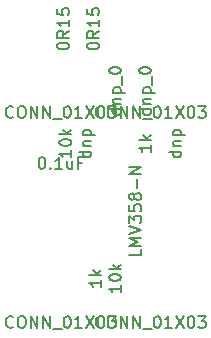
<source format=gbr>
G04 #@! TF.FileFunction,Other,Fab,Top*
%FSLAX46Y46*%
G04 Gerber Fmt 4.6, Leading zero omitted, Abs format (unit mm)*
G04 Created by KiCad (PCBNEW 4.0.2-stable) date Friday, April 10, 2020 'PMt' 07:46:05 PM*
%MOMM*%
G01*
G04 APERTURE LIST*
%ADD10C,0.100000*%
%ADD11C,0.150000*%
G04 APERTURE END LIST*
D10*
D11*
X5092381Y13914524D02*
X4092381Y13914524D01*
X5044762Y13914524D02*
X5092381Y13819286D01*
X5092381Y13628809D01*
X5044762Y13533571D01*
X4997143Y13485952D01*
X4901905Y13438333D01*
X4616190Y13438333D01*
X4520952Y13485952D01*
X4473333Y13533571D01*
X4425714Y13628809D01*
X4425714Y13819286D01*
X4473333Y13914524D01*
X4425714Y14390714D02*
X5092381Y14390714D01*
X4520952Y14390714D02*
X4473333Y14438333D01*
X4425714Y14533571D01*
X4425714Y14676429D01*
X4473333Y14771667D01*
X4568571Y14819286D01*
X5092381Y14819286D01*
X4425714Y15295476D02*
X5425714Y15295476D01*
X4473333Y15295476D02*
X4425714Y15390714D01*
X4425714Y15581191D01*
X4473333Y15676429D01*
X4520952Y15724048D01*
X4616190Y15771667D01*
X4901905Y15771667D01*
X4997143Y15724048D01*
X5044762Y15676429D01*
X5092381Y15581191D01*
X5092381Y15390714D01*
X5044762Y15295476D01*
X12712381Y13914524D02*
X11712381Y13914524D01*
X12664762Y13914524D02*
X12712381Y13819286D01*
X12712381Y13628809D01*
X12664762Y13533571D01*
X12617143Y13485952D01*
X12521905Y13438333D01*
X12236190Y13438333D01*
X12140952Y13485952D01*
X12093333Y13533571D01*
X12045714Y13628809D01*
X12045714Y13819286D01*
X12093333Y13914524D01*
X12045714Y14390714D02*
X12712381Y14390714D01*
X12140952Y14390714D02*
X12093333Y14438333D01*
X12045714Y14533571D01*
X12045714Y14676429D01*
X12093333Y14771667D01*
X12188571Y14819286D01*
X12712381Y14819286D01*
X12045714Y15295476D02*
X13045714Y15295476D01*
X12093333Y15295476D02*
X12045714Y15390714D01*
X12045714Y15581191D01*
X12093333Y15676429D01*
X12140952Y15724048D01*
X12236190Y15771667D01*
X12521905Y15771667D01*
X12617143Y15724048D01*
X12664762Y15676429D01*
X12712381Y15581191D01*
X12712381Y15390714D01*
X12664762Y15295476D01*
X-1483809Y16862857D02*
X-1531428Y16815238D01*
X-1674285Y16767619D01*
X-1769523Y16767619D01*
X-1912381Y16815238D01*
X-2007619Y16910476D01*
X-2055238Y17005714D01*
X-2102857Y17196190D01*
X-2102857Y17339048D01*
X-2055238Y17529524D01*
X-2007619Y17624762D01*
X-1912381Y17720000D01*
X-1769523Y17767619D01*
X-1674285Y17767619D01*
X-1531428Y17720000D01*
X-1483809Y17672381D01*
X-864762Y17767619D02*
X-674285Y17767619D01*
X-579047Y17720000D01*
X-483809Y17624762D01*
X-436190Y17434286D01*
X-436190Y17100952D01*
X-483809Y16910476D01*
X-579047Y16815238D01*
X-674285Y16767619D01*
X-864762Y16767619D01*
X-960000Y16815238D01*
X-1055238Y16910476D01*
X-1102857Y17100952D01*
X-1102857Y17434286D01*
X-1055238Y17624762D01*
X-960000Y17720000D01*
X-864762Y17767619D01*
X-7619Y16767619D02*
X-7619Y17767619D01*
X563810Y16767619D01*
X563810Y17767619D01*
X1040000Y16767619D02*
X1040000Y17767619D01*
X1611429Y16767619D01*
X1611429Y17767619D01*
X1849524Y16672381D02*
X2611429Y16672381D01*
X3040000Y17767619D02*
X3135239Y17767619D01*
X3230477Y17720000D01*
X3278096Y17672381D01*
X3325715Y17577143D01*
X3373334Y17386667D01*
X3373334Y17148571D01*
X3325715Y16958095D01*
X3278096Y16862857D01*
X3230477Y16815238D01*
X3135239Y16767619D01*
X3040000Y16767619D01*
X2944762Y16815238D01*
X2897143Y16862857D01*
X2849524Y16958095D01*
X2801905Y17148571D01*
X2801905Y17386667D01*
X2849524Y17577143D01*
X2897143Y17672381D01*
X2944762Y17720000D01*
X3040000Y17767619D01*
X4325715Y16767619D02*
X3754286Y16767619D01*
X4040000Y16767619D02*
X4040000Y17767619D01*
X3944762Y17624762D01*
X3849524Y17529524D01*
X3754286Y17481905D01*
X4659048Y17767619D02*
X5325715Y16767619D01*
X5325715Y17767619D02*
X4659048Y16767619D01*
X5897143Y17767619D02*
X5992382Y17767619D01*
X6087620Y17720000D01*
X6135239Y17672381D01*
X6182858Y17577143D01*
X6230477Y17386667D01*
X6230477Y17148571D01*
X6182858Y16958095D01*
X6135239Y16862857D01*
X6087620Y16815238D01*
X5992382Y16767619D01*
X5897143Y16767619D01*
X5801905Y16815238D01*
X5754286Y16862857D01*
X5706667Y16958095D01*
X5659048Y17148571D01*
X5659048Y17386667D01*
X5706667Y17577143D01*
X5754286Y17672381D01*
X5801905Y17720000D01*
X5897143Y17767619D01*
X6563810Y17767619D02*
X7182858Y17767619D01*
X6849524Y17386667D01*
X6992382Y17386667D01*
X7087620Y17339048D01*
X7135239Y17291429D01*
X7182858Y17196190D01*
X7182858Y16958095D01*
X7135239Y16862857D01*
X7087620Y16815238D01*
X6992382Y16767619D01*
X6706667Y16767619D01*
X6611429Y16815238D01*
X6563810Y16862857D01*
X6136191Y16862857D02*
X6088572Y16815238D01*
X5945715Y16767619D01*
X5850477Y16767619D01*
X5707619Y16815238D01*
X5612381Y16910476D01*
X5564762Y17005714D01*
X5517143Y17196190D01*
X5517143Y17339048D01*
X5564762Y17529524D01*
X5612381Y17624762D01*
X5707619Y17720000D01*
X5850477Y17767619D01*
X5945715Y17767619D01*
X6088572Y17720000D01*
X6136191Y17672381D01*
X6755238Y17767619D02*
X6945715Y17767619D01*
X7040953Y17720000D01*
X7136191Y17624762D01*
X7183810Y17434286D01*
X7183810Y17100952D01*
X7136191Y16910476D01*
X7040953Y16815238D01*
X6945715Y16767619D01*
X6755238Y16767619D01*
X6660000Y16815238D01*
X6564762Y16910476D01*
X6517143Y17100952D01*
X6517143Y17434286D01*
X6564762Y17624762D01*
X6660000Y17720000D01*
X6755238Y17767619D01*
X7612381Y16767619D02*
X7612381Y17767619D01*
X8183810Y16767619D01*
X8183810Y17767619D01*
X8660000Y16767619D02*
X8660000Y17767619D01*
X9231429Y16767619D01*
X9231429Y17767619D01*
X9469524Y16672381D02*
X10231429Y16672381D01*
X10660000Y17767619D02*
X10755239Y17767619D01*
X10850477Y17720000D01*
X10898096Y17672381D01*
X10945715Y17577143D01*
X10993334Y17386667D01*
X10993334Y17148571D01*
X10945715Y16958095D01*
X10898096Y16862857D01*
X10850477Y16815238D01*
X10755239Y16767619D01*
X10660000Y16767619D01*
X10564762Y16815238D01*
X10517143Y16862857D01*
X10469524Y16958095D01*
X10421905Y17148571D01*
X10421905Y17386667D01*
X10469524Y17577143D01*
X10517143Y17672381D01*
X10564762Y17720000D01*
X10660000Y17767619D01*
X11945715Y16767619D02*
X11374286Y16767619D01*
X11660000Y16767619D02*
X11660000Y17767619D01*
X11564762Y17624762D01*
X11469524Y17529524D01*
X11374286Y17481905D01*
X12279048Y17767619D02*
X12945715Y16767619D01*
X12945715Y17767619D02*
X12279048Y16767619D01*
X13517143Y17767619D02*
X13612382Y17767619D01*
X13707620Y17720000D01*
X13755239Y17672381D01*
X13802858Y17577143D01*
X13850477Y17386667D01*
X13850477Y17148571D01*
X13802858Y16958095D01*
X13755239Y16862857D01*
X13707620Y16815238D01*
X13612382Y16767619D01*
X13517143Y16767619D01*
X13421905Y16815238D01*
X13374286Y16862857D01*
X13326667Y16958095D01*
X13279048Y17148571D01*
X13279048Y17386667D01*
X13326667Y17577143D01*
X13374286Y17672381D01*
X13421905Y17720000D01*
X13517143Y17767619D01*
X14183810Y17767619D02*
X14802858Y17767619D01*
X14469524Y17386667D01*
X14612382Y17386667D01*
X14707620Y17339048D01*
X14755239Y17291429D01*
X14802858Y17196190D01*
X14802858Y16958095D01*
X14755239Y16862857D01*
X14707620Y16815238D01*
X14612382Y16767619D01*
X14326667Y16767619D01*
X14231429Y16815238D01*
X14183810Y16862857D01*
X-1483809Y-917143D02*
X-1531428Y-964762D01*
X-1674285Y-1012381D01*
X-1769523Y-1012381D01*
X-1912381Y-964762D01*
X-2007619Y-869524D01*
X-2055238Y-774286D01*
X-2102857Y-583810D01*
X-2102857Y-440952D01*
X-2055238Y-250476D01*
X-2007619Y-155238D01*
X-1912381Y-60000D01*
X-1769523Y-12381D01*
X-1674285Y-12381D01*
X-1531428Y-60000D01*
X-1483809Y-107619D01*
X-864762Y-12381D02*
X-674285Y-12381D01*
X-579047Y-60000D01*
X-483809Y-155238D01*
X-436190Y-345714D01*
X-436190Y-679048D01*
X-483809Y-869524D01*
X-579047Y-964762D01*
X-674285Y-1012381D01*
X-864762Y-1012381D01*
X-960000Y-964762D01*
X-1055238Y-869524D01*
X-1102857Y-679048D01*
X-1102857Y-345714D01*
X-1055238Y-155238D01*
X-960000Y-60000D01*
X-864762Y-12381D01*
X-7619Y-1012381D02*
X-7619Y-12381D01*
X563810Y-1012381D01*
X563810Y-12381D01*
X1040000Y-1012381D02*
X1040000Y-12381D01*
X1611429Y-1012381D01*
X1611429Y-12381D01*
X1849524Y-1107619D02*
X2611429Y-1107619D01*
X3040000Y-12381D02*
X3135239Y-12381D01*
X3230477Y-60000D01*
X3278096Y-107619D01*
X3325715Y-202857D01*
X3373334Y-393333D01*
X3373334Y-631429D01*
X3325715Y-821905D01*
X3278096Y-917143D01*
X3230477Y-964762D01*
X3135239Y-1012381D01*
X3040000Y-1012381D01*
X2944762Y-964762D01*
X2897143Y-917143D01*
X2849524Y-821905D01*
X2801905Y-631429D01*
X2801905Y-393333D01*
X2849524Y-202857D01*
X2897143Y-107619D01*
X2944762Y-60000D01*
X3040000Y-12381D01*
X4325715Y-1012381D02*
X3754286Y-1012381D01*
X4040000Y-1012381D02*
X4040000Y-12381D01*
X3944762Y-155238D01*
X3849524Y-250476D01*
X3754286Y-298095D01*
X4659048Y-12381D02*
X5325715Y-1012381D01*
X5325715Y-12381D02*
X4659048Y-1012381D01*
X5897143Y-12381D02*
X5992382Y-12381D01*
X6087620Y-60000D01*
X6135239Y-107619D01*
X6182858Y-202857D01*
X6230477Y-393333D01*
X6230477Y-631429D01*
X6182858Y-821905D01*
X6135239Y-917143D01*
X6087620Y-964762D01*
X5992382Y-1012381D01*
X5897143Y-1012381D01*
X5801905Y-964762D01*
X5754286Y-917143D01*
X5706667Y-821905D01*
X5659048Y-631429D01*
X5659048Y-393333D01*
X5706667Y-202857D01*
X5754286Y-107619D01*
X5801905Y-60000D01*
X5897143Y-12381D01*
X6563810Y-12381D02*
X7182858Y-12381D01*
X6849524Y-393333D01*
X6992382Y-393333D01*
X7087620Y-440952D01*
X7135239Y-488571D01*
X7182858Y-583810D01*
X7182858Y-821905D01*
X7135239Y-917143D01*
X7087620Y-964762D01*
X6992382Y-1012381D01*
X6706667Y-1012381D01*
X6611429Y-964762D01*
X6563810Y-917143D01*
X6136191Y-917143D02*
X6088572Y-964762D01*
X5945715Y-1012381D01*
X5850477Y-1012381D01*
X5707619Y-964762D01*
X5612381Y-869524D01*
X5564762Y-774286D01*
X5517143Y-583810D01*
X5517143Y-440952D01*
X5564762Y-250476D01*
X5612381Y-155238D01*
X5707619Y-60000D01*
X5850477Y-12381D01*
X5945715Y-12381D01*
X6088572Y-60000D01*
X6136191Y-107619D01*
X6755238Y-12381D02*
X6945715Y-12381D01*
X7040953Y-60000D01*
X7136191Y-155238D01*
X7183810Y-345714D01*
X7183810Y-679048D01*
X7136191Y-869524D01*
X7040953Y-964762D01*
X6945715Y-1012381D01*
X6755238Y-1012381D01*
X6660000Y-964762D01*
X6564762Y-869524D01*
X6517143Y-679048D01*
X6517143Y-345714D01*
X6564762Y-155238D01*
X6660000Y-60000D01*
X6755238Y-12381D01*
X7612381Y-1012381D02*
X7612381Y-12381D01*
X8183810Y-1012381D01*
X8183810Y-12381D01*
X8660000Y-1012381D02*
X8660000Y-12381D01*
X9231429Y-1012381D01*
X9231429Y-12381D01*
X9469524Y-1107619D02*
X10231429Y-1107619D01*
X10660000Y-12381D02*
X10755239Y-12381D01*
X10850477Y-60000D01*
X10898096Y-107619D01*
X10945715Y-202857D01*
X10993334Y-393333D01*
X10993334Y-631429D01*
X10945715Y-821905D01*
X10898096Y-917143D01*
X10850477Y-964762D01*
X10755239Y-1012381D01*
X10660000Y-1012381D01*
X10564762Y-964762D01*
X10517143Y-917143D01*
X10469524Y-821905D01*
X10421905Y-631429D01*
X10421905Y-393333D01*
X10469524Y-202857D01*
X10517143Y-107619D01*
X10564762Y-60000D01*
X10660000Y-12381D01*
X11945715Y-1012381D02*
X11374286Y-1012381D01*
X11660000Y-1012381D02*
X11660000Y-12381D01*
X11564762Y-155238D01*
X11469524Y-250476D01*
X11374286Y-298095D01*
X12279048Y-12381D02*
X12945715Y-1012381D01*
X12945715Y-12381D02*
X12279048Y-1012381D01*
X13517143Y-12381D02*
X13612382Y-12381D01*
X13707620Y-60000D01*
X13755239Y-107619D01*
X13802858Y-202857D01*
X13850477Y-393333D01*
X13850477Y-631429D01*
X13802858Y-821905D01*
X13755239Y-917143D01*
X13707620Y-964762D01*
X13612382Y-1012381D01*
X13517143Y-1012381D01*
X13421905Y-964762D01*
X13374286Y-917143D01*
X13326667Y-821905D01*
X13279048Y-631429D01*
X13279048Y-393333D01*
X13326667Y-202857D01*
X13374286Y-107619D01*
X13421905Y-60000D01*
X13517143Y-12381D01*
X14183810Y-12381D02*
X14802858Y-12381D01*
X14469524Y-393333D01*
X14612382Y-393333D01*
X14707620Y-440952D01*
X14755239Y-488571D01*
X14802858Y-583810D01*
X14802858Y-821905D01*
X14755239Y-917143D01*
X14707620Y-964762D01*
X14612382Y-1012381D01*
X14326667Y-1012381D01*
X14231429Y-964762D01*
X14183810Y-917143D01*
X7632381Y17502381D02*
X6632381Y17502381D01*
X7584762Y17502381D02*
X7632381Y17407143D01*
X7632381Y17216666D01*
X7584762Y17121428D01*
X7537143Y17073809D01*
X7441905Y17026190D01*
X7156190Y17026190D01*
X7060952Y17073809D01*
X7013333Y17121428D01*
X6965714Y17216666D01*
X6965714Y17407143D01*
X7013333Y17502381D01*
X6965714Y17978571D02*
X7632381Y17978571D01*
X7060952Y17978571D02*
X7013333Y18026190D01*
X6965714Y18121428D01*
X6965714Y18264286D01*
X7013333Y18359524D01*
X7108571Y18407143D01*
X7632381Y18407143D01*
X6965714Y18883333D02*
X7965714Y18883333D01*
X7013333Y18883333D02*
X6965714Y18978571D01*
X6965714Y19169048D01*
X7013333Y19264286D01*
X7060952Y19311905D01*
X7156190Y19359524D01*
X7441905Y19359524D01*
X7537143Y19311905D01*
X7584762Y19264286D01*
X7632381Y19169048D01*
X7632381Y18978571D01*
X7584762Y18883333D01*
X7727619Y19550000D02*
X7727619Y20311905D01*
X6632381Y20740476D02*
X6632381Y20835715D01*
X6680000Y20930953D01*
X6727619Y20978572D01*
X6822857Y21026191D01*
X7013333Y21073810D01*
X7251429Y21073810D01*
X7441905Y21026191D01*
X7537143Y20978572D01*
X7584762Y20930953D01*
X7632381Y20835715D01*
X7632381Y20740476D01*
X7584762Y20645238D01*
X7537143Y20597619D01*
X7441905Y20550000D01*
X7251429Y20502381D01*
X7013333Y20502381D01*
X6822857Y20550000D01*
X6727619Y20597619D01*
X6680000Y20645238D01*
X6632381Y20740476D01*
X10172381Y17502381D02*
X9172381Y17502381D01*
X10124762Y17502381D02*
X10172381Y17407143D01*
X10172381Y17216666D01*
X10124762Y17121428D01*
X10077143Y17073809D01*
X9981905Y17026190D01*
X9696190Y17026190D01*
X9600952Y17073809D01*
X9553333Y17121428D01*
X9505714Y17216666D01*
X9505714Y17407143D01*
X9553333Y17502381D01*
X9505714Y17978571D02*
X10172381Y17978571D01*
X9600952Y17978571D02*
X9553333Y18026190D01*
X9505714Y18121428D01*
X9505714Y18264286D01*
X9553333Y18359524D01*
X9648571Y18407143D01*
X10172381Y18407143D01*
X9505714Y18883333D02*
X10505714Y18883333D01*
X9553333Y18883333D02*
X9505714Y18978571D01*
X9505714Y19169048D01*
X9553333Y19264286D01*
X9600952Y19311905D01*
X9696190Y19359524D01*
X9981905Y19359524D01*
X10077143Y19311905D01*
X10124762Y19264286D01*
X10172381Y19169048D01*
X10172381Y18978571D01*
X10124762Y18883333D01*
X10267619Y19550000D02*
X10267619Y20311905D01*
X9172381Y20740476D02*
X9172381Y20835715D01*
X9220000Y20930953D01*
X9267619Y20978572D01*
X9362857Y21026191D01*
X9553333Y21073810D01*
X9791429Y21073810D01*
X9981905Y21026191D01*
X10077143Y20978572D01*
X10124762Y20930953D01*
X10172381Y20835715D01*
X10172381Y20740476D01*
X10124762Y20645238D01*
X10077143Y20597619D01*
X9981905Y20550000D01*
X9791429Y20502381D01*
X9553333Y20502381D01*
X9362857Y20550000D01*
X9267619Y20597619D01*
X9220000Y20645238D01*
X9172381Y20740476D01*
X2232381Y22810000D02*
X2232381Y22905239D01*
X2280000Y23000477D01*
X2327619Y23048096D01*
X2422857Y23095715D01*
X2613333Y23143334D01*
X2851429Y23143334D01*
X3041905Y23095715D01*
X3137143Y23048096D01*
X3184762Y23000477D01*
X3232381Y22905239D01*
X3232381Y22810000D01*
X3184762Y22714762D01*
X3137143Y22667143D01*
X3041905Y22619524D01*
X2851429Y22571905D01*
X2613333Y22571905D01*
X2422857Y22619524D01*
X2327619Y22667143D01*
X2280000Y22714762D01*
X2232381Y22810000D01*
X3232381Y24143334D02*
X2756190Y23810000D01*
X3232381Y23571905D02*
X2232381Y23571905D01*
X2232381Y23952858D01*
X2280000Y24048096D01*
X2327619Y24095715D01*
X2422857Y24143334D01*
X2565714Y24143334D01*
X2660952Y24095715D01*
X2708571Y24048096D01*
X2756190Y23952858D01*
X2756190Y23571905D01*
X3232381Y25095715D02*
X3232381Y24524286D01*
X3232381Y24810000D02*
X2232381Y24810000D01*
X2375238Y24714762D01*
X2470476Y24619524D01*
X2518095Y24524286D01*
X2232381Y26000477D02*
X2232381Y25524286D01*
X2708571Y25476667D01*
X2660952Y25524286D01*
X2613333Y25619524D01*
X2613333Y25857620D01*
X2660952Y25952858D01*
X2708571Y26000477D01*
X2803810Y26048096D01*
X3041905Y26048096D01*
X3137143Y26000477D01*
X3184762Y25952858D01*
X3232381Y25857620D01*
X3232381Y25619524D01*
X3184762Y25524286D01*
X3137143Y25476667D01*
X4772381Y22810000D02*
X4772381Y22905239D01*
X4820000Y23000477D01*
X4867619Y23048096D01*
X4962857Y23095715D01*
X5153333Y23143334D01*
X5391429Y23143334D01*
X5581905Y23095715D01*
X5677143Y23048096D01*
X5724762Y23000477D01*
X5772381Y22905239D01*
X5772381Y22810000D01*
X5724762Y22714762D01*
X5677143Y22667143D01*
X5581905Y22619524D01*
X5391429Y22571905D01*
X5153333Y22571905D01*
X4962857Y22619524D01*
X4867619Y22667143D01*
X4820000Y22714762D01*
X4772381Y22810000D01*
X5772381Y24143334D02*
X5296190Y23810000D01*
X5772381Y23571905D02*
X4772381Y23571905D01*
X4772381Y23952858D01*
X4820000Y24048096D01*
X4867619Y24095715D01*
X4962857Y24143334D01*
X5105714Y24143334D01*
X5200952Y24095715D01*
X5248571Y24048096D01*
X5296190Y23952858D01*
X5296190Y23571905D01*
X5772381Y25095715D02*
X5772381Y24524286D01*
X5772381Y24810000D02*
X4772381Y24810000D01*
X4915238Y24714762D01*
X5010476Y24619524D01*
X5058095Y24524286D01*
X4772381Y26000477D02*
X4772381Y25524286D01*
X5248571Y25476667D01*
X5200952Y25524286D01*
X5153333Y25619524D01*
X5153333Y25857620D01*
X5200952Y25952858D01*
X5248571Y26000477D01*
X5343810Y26048096D01*
X5581905Y26048096D01*
X5677143Y26000477D01*
X5724762Y25952858D01*
X5772381Y25857620D01*
X5772381Y25619524D01*
X5724762Y25524286D01*
X5677143Y25476667D01*
X7632381Y2579762D02*
X7632381Y2008333D01*
X7632381Y2294047D02*
X6632381Y2294047D01*
X6775238Y2198809D01*
X6870476Y2103571D01*
X6918095Y2008333D01*
X6632381Y3198809D02*
X6632381Y3294048D01*
X6680000Y3389286D01*
X6727619Y3436905D01*
X6822857Y3484524D01*
X7013333Y3532143D01*
X7251429Y3532143D01*
X7441905Y3484524D01*
X7537143Y3436905D01*
X7584762Y3389286D01*
X7632381Y3294048D01*
X7632381Y3198809D01*
X7584762Y3103571D01*
X7537143Y3055952D01*
X7441905Y3008333D01*
X7251429Y2960714D01*
X7013333Y2960714D01*
X6822857Y3008333D01*
X6727619Y3055952D01*
X6680000Y3103571D01*
X6632381Y3198809D01*
X7632381Y3960714D02*
X6632381Y3960714D01*
X7251429Y4055952D02*
X7632381Y4341667D01*
X6965714Y4341667D02*
X7346667Y3960714D01*
X5972381Y3055953D02*
X5972381Y2484524D01*
X5972381Y2770238D02*
X4972381Y2770238D01*
X5115238Y2675000D01*
X5210476Y2579762D01*
X5258095Y2484524D01*
X5972381Y3484524D02*
X4972381Y3484524D01*
X5591429Y3579762D02*
X5972381Y3865477D01*
X5305714Y3865477D02*
X5686667Y3484524D01*
X3432381Y14009762D02*
X3432381Y13438333D01*
X3432381Y13724047D02*
X2432381Y13724047D01*
X2575238Y13628809D01*
X2670476Y13533571D01*
X2718095Y13438333D01*
X2432381Y14628809D02*
X2432381Y14724048D01*
X2480000Y14819286D01*
X2527619Y14866905D01*
X2622857Y14914524D01*
X2813333Y14962143D01*
X3051429Y14962143D01*
X3241905Y14914524D01*
X3337143Y14866905D01*
X3384762Y14819286D01*
X3432381Y14724048D01*
X3432381Y14628809D01*
X3384762Y14533571D01*
X3337143Y14485952D01*
X3241905Y14438333D01*
X3051429Y14390714D01*
X2813333Y14390714D01*
X2622857Y14438333D01*
X2527619Y14485952D01*
X2480000Y14533571D01*
X2432381Y14628809D01*
X3432381Y15390714D02*
X2432381Y15390714D01*
X3051429Y15485952D02*
X3432381Y15771667D01*
X2765714Y15771667D02*
X3146667Y15390714D01*
X10172381Y14485953D02*
X10172381Y13914524D01*
X10172381Y14200238D02*
X9172381Y14200238D01*
X9315238Y14105000D01*
X9410476Y14009762D01*
X9458095Y13914524D01*
X10172381Y14914524D02*
X9172381Y14914524D01*
X9791429Y15009762D02*
X10172381Y15295477D01*
X9505714Y15295477D02*
X9886667Y14914524D01*
X9352381Y5628096D02*
X9352381Y5151905D01*
X8352381Y5151905D01*
X9352381Y5961429D02*
X8352381Y5961429D01*
X9066667Y6294763D01*
X8352381Y6628096D01*
X9352381Y6628096D01*
X8352381Y6961429D02*
X9352381Y7294762D01*
X8352381Y7628096D01*
X8352381Y7866191D02*
X8352381Y8485239D01*
X8733333Y8151905D01*
X8733333Y8294763D01*
X8780952Y8390001D01*
X8828571Y8437620D01*
X8923810Y8485239D01*
X9161905Y8485239D01*
X9257143Y8437620D01*
X9304762Y8390001D01*
X9352381Y8294763D01*
X9352381Y8009048D01*
X9304762Y7913810D01*
X9257143Y7866191D01*
X8352381Y9390001D02*
X8352381Y8913810D01*
X8828571Y8866191D01*
X8780952Y8913810D01*
X8733333Y9009048D01*
X8733333Y9247144D01*
X8780952Y9342382D01*
X8828571Y9390001D01*
X8923810Y9437620D01*
X9161905Y9437620D01*
X9257143Y9390001D01*
X9304762Y9342382D01*
X9352381Y9247144D01*
X9352381Y9009048D01*
X9304762Y8913810D01*
X9257143Y8866191D01*
X8780952Y10009048D02*
X8733333Y9913810D01*
X8685714Y9866191D01*
X8590476Y9818572D01*
X8542857Y9818572D01*
X8447619Y9866191D01*
X8400000Y9913810D01*
X8352381Y10009048D01*
X8352381Y10199525D01*
X8400000Y10294763D01*
X8447619Y10342382D01*
X8542857Y10390001D01*
X8590476Y10390001D01*
X8685714Y10342382D01*
X8733333Y10294763D01*
X8780952Y10199525D01*
X8780952Y10009048D01*
X8828571Y9913810D01*
X8876190Y9866191D01*
X8971429Y9818572D01*
X9161905Y9818572D01*
X9257143Y9866191D01*
X9304762Y9913810D01*
X9352381Y10009048D01*
X9352381Y10199525D01*
X9304762Y10294763D01*
X9257143Y10342382D01*
X9161905Y10390001D01*
X8971429Y10390001D01*
X8876190Y10342382D01*
X8828571Y10294763D01*
X8780952Y10199525D01*
X8971429Y10818572D02*
X8971429Y11580477D01*
X9352381Y12056667D02*
X8352381Y12056667D01*
X9352381Y12628096D01*
X8352381Y12628096D01*
X897143Y13442619D02*
X992382Y13442619D01*
X1087620Y13395000D01*
X1135239Y13347381D01*
X1182858Y13252143D01*
X1230477Y13061667D01*
X1230477Y12823571D01*
X1182858Y12633095D01*
X1135239Y12537857D01*
X1087620Y12490238D01*
X992382Y12442619D01*
X897143Y12442619D01*
X801905Y12490238D01*
X754286Y12537857D01*
X706667Y12633095D01*
X659048Y12823571D01*
X659048Y13061667D01*
X706667Y13252143D01*
X754286Y13347381D01*
X801905Y13395000D01*
X897143Y13442619D01*
X1659048Y12537857D02*
X1706667Y12490238D01*
X1659048Y12442619D01*
X1611429Y12490238D01*
X1659048Y12537857D01*
X1659048Y12442619D01*
X2659048Y12442619D02*
X2087619Y12442619D01*
X2373333Y12442619D02*
X2373333Y13442619D01*
X2278095Y13299762D01*
X2182857Y13204524D01*
X2087619Y13156905D01*
X3516191Y13109286D02*
X3516191Y12442619D01*
X3087619Y13109286D02*
X3087619Y12585476D01*
X3135238Y12490238D01*
X3230476Y12442619D01*
X3373334Y12442619D01*
X3468572Y12490238D01*
X3516191Y12537857D01*
X4325715Y12966429D02*
X3992381Y12966429D01*
X3992381Y12442619D02*
X3992381Y13442619D01*
X4468572Y13442619D01*
M02*

</source>
